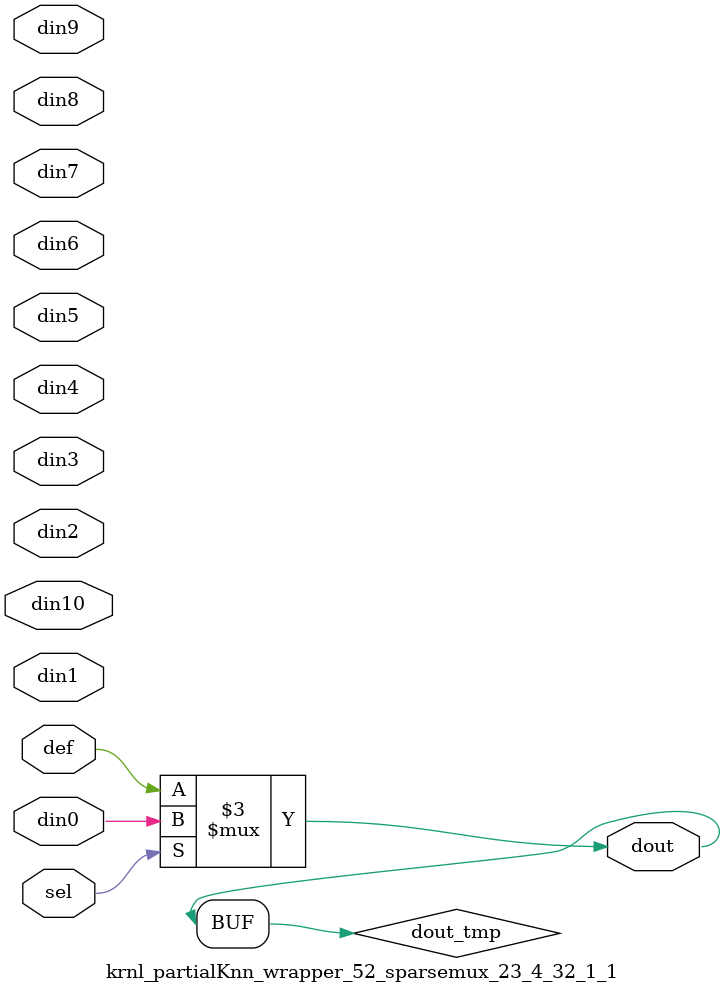
<source format=v>
`timescale 1 ns / 1 ps
module krnl_partialKnn_wrapper_52_sparsemux_23_4_32_1_1 (din0,din1,din2,din3,din4,din5,din6,din7,din8,din9,din10,def,sel,dout);
parameter din0_WIDTH = 1;
parameter din1_WIDTH = 1;
parameter din2_WIDTH = 1;
parameter din3_WIDTH = 1;
parameter din4_WIDTH = 1;
parameter din5_WIDTH = 1;
parameter din6_WIDTH = 1;
parameter din7_WIDTH = 1;
parameter din8_WIDTH = 1;
parameter din9_WIDTH = 1;
parameter din10_WIDTH = 1;
parameter def_WIDTH = 1;
parameter sel_WIDTH = 1;
parameter dout_WIDTH = 1;
parameter [sel_WIDTH-1:0] CASE0 = 1;
parameter [sel_WIDTH-1:0] CASE1 = 1;
parameter [sel_WIDTH-1:0] CASE2 = 1;
parameter [sel_WIDTH-1:0] CASE3 = 1;
parameter [sel_WIDTH-1:0] CASE4 = 1;
parameter [sel_WIDTH-1:0] CASE5 = 1;
parameter [sel_WIDTH-1:0] CASE6 = 1;
parameter [sel_WIDTH-1:0] CASE7 = 1;
parameter [sel_WIDTH-1:0] CASE8 = 1;
parameter [sel_WIDTH-1:0] CASE9 = 1;
parameter [sel_WIDTH-1:0] CASE10 = 1;
parameter ID = 1;
parameter NUM_STAGE = 1;
input [din0_WIDTH-1:0] din0;
input [din1_WIDTH-1:0] din1;
input [din2_WIDTH-1:0] din2;
input [din3_WIDTH-1:0] din3;
input [din4_WIDTH-1:0] din4;
input [din5_WIDTH-1:0] din5;
input [din6_WIDTH-1:0] din6;
input [din7_WIDTH-1:0] din7;
input [din8_WIDTH-1:0] din8;
input [din9_WIDTH-1:0] din9;
input [din10_WIDTH-1:0] din10;
input [def_WIDTH-1:0] def;
input [sel_WIDTH-1:0] sel;
output [dout_WIDTH-1:0] dout;
reg [dout_WIDTH-1:0] dout_tmp;
always @ (*) begin
case (sel)
    
    CASE0 : dout_tmp = din0;
    
    CASE1 : dout_tmp = din1;
    
    CASE2 : dout_tmp = din2;
    
    CASE3 : dout_tmp = din3;
    
    CASE4 : dout_tmp = din4;
    
    CASE5 : dout_tmp = din5;
    
    CASE6 : dout_tmp = din6;
    
    CASE7 : dout_tmp = din7;
    
    CASE8 : dout_tmp = din8;
    
    CASE9 : dout_tmp = din9;
    
    CASE10 : dout_tmp = din10;
    
    default : dout_tmp = def;
endcase
end
assign dout = dout_tmp;
endmodule
</source>
